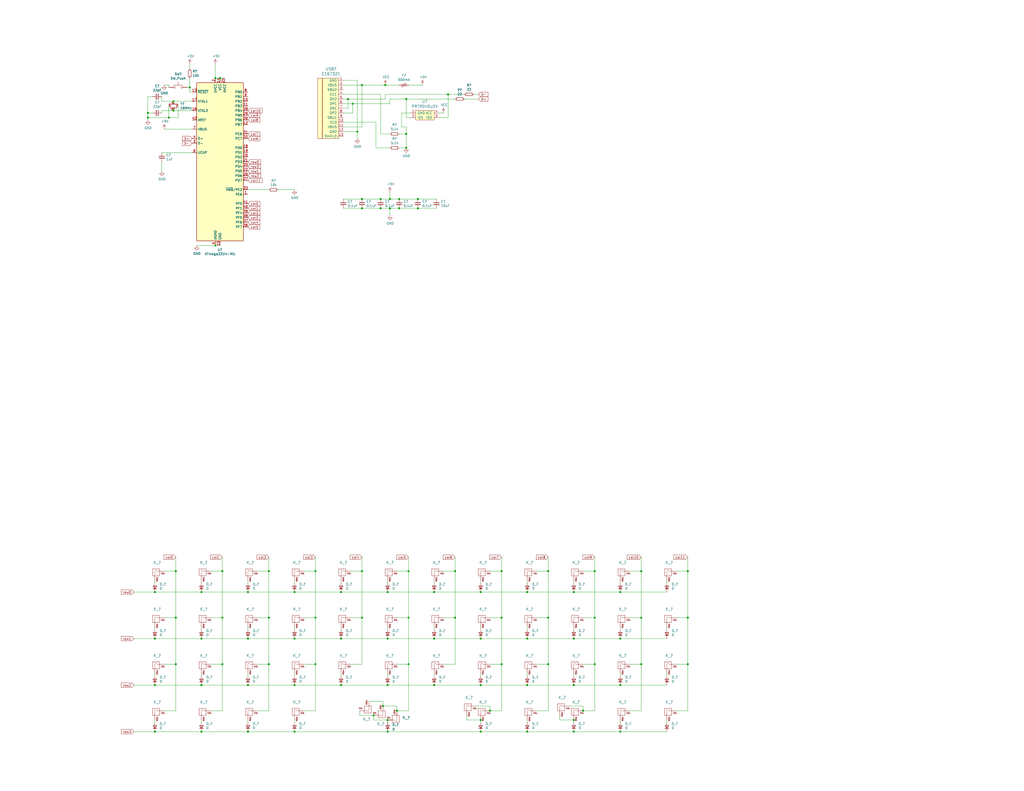
<source format=kicad_sch>
(kicad_sch (version 20211123) (generator eeschema)
  (paper "C")
  (junction (at 273.7431 337.2801))
  (junction (at 236.9131 374.1101))
  (junction (at 287.7131 399.5101))
  (junction (at 197.5431 108.6801))
  (junction (at 287.7131 374.1101))
  (junction (at 189.9231 54.0701))
  (junction (at 120.0731 42.6401))
  (junction (at 186.1131 323.3101))
  (junction (at 211.5131 399.5101))
  (junction (at 84.5131 323.3101))
  (junction (at 313.1131 374.1101))
  (junction (at 273.7431 311.8801))
  (junction (at 287.7131 348.7101))
  (junction (at 210.2431 46.4501))
  (junction (at 217.8631 113.7601))
  (junction (at 94.6731 60.4201))
  (junction (at 109.9131 399.5101))
  (junction (at 203.8931 390.6201))
  (junction (at 197.5431 311.8801))
  (junction (at 222.9431 311.8801))
  (junction (at 195.0031 71.8501))
  (junction (at 146.7431 362.6801))
  (junction (at 221.6731 80.7401))
  (junction (at 211.5131 374.1101))
  (junction (at 121.3431 337.2801))
  (junction (at 222.9431 362.6801))
  (junction (at 375.3431 311.8801))
  (junction (at 318.1931 388.0801))
  (junction (at 313.1131 323.3101))
  (junction (at 313.1131 348.7101))
  (junction (at 313.1131 399.5101))
  (junction (at 94.6731 55.3401))
  (junction (at 186.1131 348.7101))
  (junction (at 92.1331 64.2301))
  (junction (at 121.3431 311.8801))
  (junction (at 208.9731 385.5401))
  (junction (at 212.7831 113.7601))
  (junction (at 211.5131 393.1601))
  (junction (at 172.1431 362.6801))
  (junction (at 95.9431 362.6801))
  (junction (at 146.7431 337.2801))
  (junction (at 221.6731 73.1201))
  (junction (at 349.9431 311.8801))
  (junction (at 207.7031 108.6801))
  (junction (at 135.3131 374.1101))
  (junction (at 192.4631 56.6101))
  (junction (at 109.9131 374.1101))
  (junction (at 236.9131 348.7101))
  (junction (at 80.7031 61.6901))
  (junction (at 217.8631 108.6801))
  (junction (at 109.9131 323.3101))
  (junction (at 212.7831 108.6801))
  (junction (at 248.3431 337.2801))
  (junction (at 160.7131 374.1101))
  (junction (at 338.5131 348.7101))
  (junction (at 262.3131 374.1101))
  (junction (at 349.9431 362.6801))
  (junction (at 375.3431 362.6801))
  (junction (at 103.5631 47.7201))
  (junction (at 117.5331 134.0801))
  (junction (at 135.3131 348.7101))
  (junction (at 216.5931 388.0801))
  (junction (at 160.7131 399.5101))
  (junction (at 338.5131 374.1101))
  (junction (at 95.9431 311.8801))
  (junction (at 135.3131 399.5101))
  (junction (at 160.7131 323.3101))
  (junction (at 146.7431 311.8801))
  (junction (at 375.3431 337.2801))
  (junction (at 121.3431 362.6801))
  (junction (at 324.5431 311.8801))
  (junction (at 172.1431 311.8801))
  (junction (at 313.1131 393.1601))
  (junction (at 197.5431 46.4501))
  (junction (at 324.5431 337.2801))
  (junction (at 211.5131 348.7101))
  (junction (at 197.5431 337.2801))
  (junction (at 338.5131 399.5101))
  (junction (at 186.1131 374.1101))
  (junction (at 324.5431 362.6801))
  (junction (at 95.9431 337.2801))
  (junction (at 262.3131 348.7101))
  (junction (at 299.1431 337.2801))
  (junction (at 160.7131 348.7101))
  (junction (at 267.3931 388.0801))
  (junction (at 299.1431 362.6801))
  (junction (at 207.7031 113.7601))
  (junction (at 84.5131 374.1101))
  (junction (at 262.3131 399.5101))
  (junction (at 228.0231 108.6801))
  (junction (at 244.5331 51.5301))
  (junction (at 221.6731 54.0701))
  (junction (at 109.9131 348.7101))
  (junction (at 236.9131 323.3101))
  (junction (at 262.3131 393.1601))
  (junction (at 197.5431 113.7601))
  (junction (at 349.9431 337.2801))
  (junction (at 211.5131 323.3101))
  (junction (at 222.9431 337.2801))
  (junction (at 117.5331 42.6401))
  (junction (at 84.5131 348.7101))
  (junction (at 248.3431 311.8801))
  (junction (at 299.1431 311.8801))
  (junction (at 338.5131 323.3101))
  (junction (at 262.3131 323.3101))
  (junction (at 135.3131 323.3101))
  (junction (at 80.7031 64.2301))
  (junction (at 228.0231 113.7601))
  (junction (at 273.7431 362.6801))
  (junction (at 84.5131 399.5101))
  (junction (at 287.7131 323.3101))
  (junction (at 172.1431 337.2801))
  (wire (pts (xy 92.1331 47.7201) (xy 92.1331 46.4501)))
  (wire (pts (xy 109.9131 348.7101) (xy 135.3131 348.7101)))
  (wire (pts (xy 97.2131 57.8801) (xy 97.2131 64.2301)))
  (wire (pts (xy 73.0831 348.7101) (xy 84.5131 348.7101)))
  (wire (pts (xy 310.5731 385.5401) (xy 318.1931 385.5401)))
  (wire (pts (xy 343.5931 337.2801) (xy 349.9431 337.2801)))
  (wire (pts (xy 368.9931 337.2801) (xy 375.3431 337.2801)))
  (wire (pts (xy 135.3131 393.1601) (xy 135.3131 394.4301)))
  (wire (pts (xy 89.5931 337.2801) (xy 95.9431 337.2801)))
  (wire (pts (xy 189.9231 54.0701) (xy 210.2431 54.0701)))
  (wire (pts (xy 287.7131 323.3101) (xy 313.1131 323.3101)))
  (wire (pts (xy 267.3931 388.0801) (xy 273.7431 388.0801)))
  (wire (pts (xy 114.9931 362.6801) (xy 121.3431 362.6801)))
  (wire (pts (xy 368.9931 388.0801) (xy 375.3431 388.0801)))
  (wire (pts (xy 196.2731 388.0801) (xy 196.2731 390.6201)))
  (wire (pts (xy 368.9931 311.8801) (xy 375.3431 311.8801)))
  (wire (pts (xy 135.3131 367.7601) (xy 135.3131 369.0301)))
  (wire (pts (xy 187.3831 43.9101) (xy 195.0031 43.9101)))
  (wire (pts (xy 262.3131 342.3601) (xy 262.3131 343.6301)))
  (wire (pts (xy 236.9131 342.3601) (xy 236.9131 343.6301)))
  (wire (pts (xy 102.2931 47.7201) (xy 103.5631 47.7201)))
  (wire (pts (xy 120.0731 42.6401) (xy 122.6131 42.6401)))
  (wire (pts (xy 273.7431 388.0801) (xy 273.7431 362.6801)))
  (wire (pts (xy 205.1631 80.7401) (xy 212.7831 80.7401)))
  (wire (pts (xy 146.7431 103.6001) (xy 135.3131 103.6001)))
  (wire (pts (xy 97.2131 64.2301) (xy 92.1331 64.2301)))
  (wire (pts (xy 196.2731 390.6201) (xy 203.8931 390.6201)))
  (wire (pts (xy 160.7131 399.5101) (xy 211.5131 399.5101)))
  (wire (pts (xy 187.3831 59.1501) (xy 189.9231 59.1501)))
  (wire (pts (xy 219.1331 69.3101) (xy 221.6731 69.3101)))
  (wire (pts (xy 248.3431 311.8801) (xy 248.3431 337.2801)))
  (wire (pts (xy 375.3431 304.2601) (xy 375.3431 311.8801)))
  (wire (pts (xy 313.1131 367.7601) (xy 313.1131 369.0301)))
  (wire (pts (xy 84.5131 316.9601) (xy 84.5131 318.2301)))
  (wire (pts (xy 191.1931 362.6801) (xy 197.5431 362.6801)))
  (wire (pts (xy 363.9131 342.3601) (xy 363.9131 343.6301)))
  (wire (pts (xy 187.3831 71.8501) (xy 195.0031 71.8501)))
  (wire (pts (xy 203.8931 393.1601) (xy 211.5131 393.1601)))
  (wire (pts (xy 299.1431 304.2601) (xy 299.1431 311.8801)))
  (wire (pts (xy 135.3131 316.9601) (xy 135.3131 318.2301)))
  (wire (pts (xy 160.7131 367.7601) (xy 160.7131 369.0301)))
  (wire (pts (xy 299.1431 311.8801) (xy 299.1431 337.2801)))
  (wire (pts (xy 287.7131 367.7601) (xy 287.7131 369.0301)))
  (wire (pts (xy 160.7131 393.1601) (xy 160.7131 394.4301)))
  (wire (pts (xy 146.7431 388.0801) (xy 146.7431 362.6801)))
  (wire (pts (xy 216.5931 311.8801) (xy 222.9431 311.8801)))
  (wire (pts (xy 224.2131 64.2301) (xy 221.6731 64.2301)))
  (wire (pts (xy 146.7431 304.2601) (xy 146.7431 311.8801)))
  (wire (pts (xy 197.5431 69.3101) (xy 197.5431 46.4501)))
  (wire (pts (xy 84.5131 374.1101) (xy 109.9131 374.1101)))
  (wire (pts (xy 212.7831 54.0701) (xy 221.6731 54.0701)))
  (wire (pts (xy 363.9131 316.9601) (xy 363.9131 318.2301)))
  (wire (pts (xy 212.7831 104.8701) (xy 212.7831 108.6801)))
  (wire (pts (xy 187.3831 46.4501) (xy 197.5431 46.4501)))
  (wire (pts (xy 197.5431 362.6801) (xy 197.5431 337.2801)))
  (wire (pts (xy 107.3731 134.0801) (xy 117.5331 134.0801)))
  (wire (pts (xy 338.5131 342.3601) (xy 338.5131 343.6301)))
  (wire (pts (xy 203.8931 390.6201) (xy 203.8931 393.1601)))
  (wire (pts (xy 287.7131 374.1101) (xy 313.1131 374.1101)))
  (wire (pts (xy 121.3431 388.0801) (xy 121.3431 362.6801)))
  (wire (pts (xy 236.9131 323.3101) (xy 262.3131 323.3101)))
  (wire (pts (xy 244.5331 64.2301) (xy 244.5331 51.5301)))
  (wire (pts (xy 135.3131 374.1101) (xy 160.7131 374.1101)))
  (wire (pts (xy 313.1131 316.9601) (xy 313.1131 318.2301)))
  (wire (pts (xy 109.9131 367.7601) (xy 109.9131 369.0301)))
  (wire (pts (xy 313.1131 399.5101) (xy 338.5131 399.5101)))
  (wire (pts (xy 254.6931 393.1601) (xy 262.3131 393.1601)))
  (wire (pts (xy 239.4531 64.2301) (xy 244.5331 64.2301)))
  (wire (pts (xy 165.7931 337.2801) (xy 172.1431 337.2801)))
  (wire (pts (xy 210.2431 54.0701) (xy 210.2431 51.5301)))
  (wire (pts (xy 165.7931 362.6801) (xy 172.1431 362.6801)))
  (wire (pts (xy 216.5931 337.2801) (xy 222.9431 337.2801)))
  (wire (pts (xy 207.7031 51.5301) (xy 207.7031 73.1201)))
  (wire (pts (xy 273.7431 311.8801) (xy 273.7431 337.2801)))
  (wire (pts (xy 94.6731 55.3401) (xy 88.3231 55.3401)))
  (wire (pts (xy 195.0031 71.8501) (xy 195.0031 75.6601)))
  (wire (pts (xy 103.5631 47.7201) (xy 103.5631 50.2601)))
  (wire (pts (xy 313.1131 374.1101) (xy 338.5131 374.1101)))
  (wire (pts (xy 73.0831 374.1101) (xy 84.5131 374.1101)))
  (wire (pts (xy 192.4631 56.6101) (xy 212.7831 56.6101)))
  (wire (pts (xy 221.6731 64.2301) (xy 221.6731 54.0701)))
  (wire (pts (xy 375.3431 388.0801) (xy 375.3431 362.6801)))
  (wire (pts (xy 211.5131 348.7101) (xy 236.9131 348.7101)))
  (wire (pts (xy 187.3831 56.6101) (xy 192.4631 56.6101)))
  (wire (pts (xy 324.5431 388.0801) (xy 324.5431 362.6801)))
  (wire (pts (xy 117.5331 42.6401) (xy 120.0731 42.6401)))
  (wire (pts (xy 117.5331 134.0801) (xy 120.0731 134.0801)))
  (wire (pts (xy 292.7931 362.6801) (xy 299.1431 362.6801)))
  (wire (pts (xy 375.3431 311.8801) (xy 375.3431 337.2801)))
  (wire (pts (xy 117.5331 35.0201) (xy 117.5331 42.6401)))
  (wire (pts (xy 338.5131 374.1101) (xy 363.9131 374.1101)))
  (wire (pts (xy 92.1331 57.8801) (xy 92.1331 64.2301)))
  (wire (pts (xy 197.5431 304.2601) (xy 197.5431 311.8801)))
  (wire (pts (xy 192.4631 61.6901) (xy 192.4631 56.6101)))
  (wire (pts (xy 187.3831 108.6801) (xy 197.5431 108.6801)))
  (wire (pts (xy 273.7431 304.2601) (xy 273.7431 311.8801)))
  (wire (pts (xy 267.3931 337.2801) (xy 273.7431 337.2801)))
  (wire (pts (xy 216.5931 385.5401) (xy 216.5931 388.0801)))
  (wire (pts (xy 84.5131 399.5101) (xy 109.9131 399.5101)))
  (wire (pts (xy 228.0231 108.6801) (xy 238.1831 108.6801)))
  (wire (pts (xy 186.1131 374.1101) (xy 211.5131 374.1101)))
  (wire (pts (xy 135.3131 323.3101) (xy 160.7131 323.3101)))
  (wire (pts (xy 236.9131 316.9601) (xy 236.9131 318.2301)))
  (wire (pts (xy 160.7131 374.1101) (xy 186.1131 374.1101)))
  (wire (pts (xy 187.3831 61.6901) (xy 192.4631 61.6901)))
  (wire (pts (xy 95.9431 362.6801) (xy 95.9431 337.2801)))
  (wire (pts (xy 95.9431 311.8801) (xy 95.9431 337.2801)))
  (wire (pts (xy 236.9131 348.7101) (xy 262.3131 348.7101)))
  (wire (pts (xy 80.7031 64.2301) (xy 80.7031 65.5001)))
  (wire (pts (xy 205.1631 66.7701) (xy 205.1631 80.7401)))
  (wire (pts (xy 104.8331 50.2601) (xy 103.5631 50.2601)))
  (wire (pts (xy 83.2431 52.8001) (xy 80.7031 52.8001)))
  (wire (pts (xy 89.5931 388.0801) (xy 95.9431 388.0801)))
  (wire (pts (xy 197.5431 108.6801) (xy 207.7031 108.6801)))
  (wire (pts (xy 84.5131 393.1601) (xy 84.5131 394.4301)))
  (wire (pts (xy 160.7131 323.3101) (xy 186.1131 323.3101)))
  (wire (pts (xy 187.3831 66.7701) (xy 205.1631 66.7701)))
  (wire (pts (xy 338.5131 348.7101) (xy 363.9131 348.7101)))
  (wire (pts (xy 121.3431 304.2601) (xy 121.3431 311.8801)))
  (wire (pts (xy 73.0831 399.5101) (xy 84.5131 399.5101)))
  (wire (pts (xy 212.7831 108.6801) (xy 217.8631 108.6801)))
  (wire (pts (xy 254.6931 390.6201) (xy 254.6931 393.1601)))
  (wire (pts (xy 197.5431 113.7601) (xy 207.7031 113.7601)))
  (wire (pts (xy 267.3931 362.6801) (xy 273.7431 362.6801)))
  (wire (pts (xy 228.0231 113.7601) (xy 238.1831 113.7601)))
  (wire (pts (xy 186.1131 367.7601) (xy 186.1131 369.0301)))
  (wire (pts (xy 135.3131 342.3601) (xy 135.3131 343.6301)))
  (wire (pts (xy 121.3431 311.8801) (xy 121.3431 337.2801)))
  (wire (pts (xy 84.5131 367.7601) (xy 84.5131 369.0301)))
  (wire (pts (xy 109.9131 374.1101) (xy 135.3131 374.1101)))
  (wire (pts (xy 197.5431 46.4501) (xy 210.2431 46.4501)))
  (wire (pts (xy 324.5431 304.2601) (xy 324.5431 311.8801)))
  (wire (pts (xy 207.7031 108.6801) (xy 212.7831 108.6801)))
  (wire (pts (xy 92.1331 64.2301) (xy 80.7031 64.2301)))
  (wire (pts (xy 160.7131 342.3601) (xy 160.7131 343.6301)))
  (wire (pts (xy 259.7731 385.5401) (xy 267.3931 385.5401)))
  (wire (pts (xy 121.3431 362.6801) (xy 121.3431 337.2801)))
  (wire (pts (xy 222.9431 304.2601) (xy 222.9431 311.8801)))
  (wire (pts (xy 211.5131 399.5101) (xy 262.3131 399.5101)))
  (wire (pts (xy 84.5131 348.7101) (xy 109.9131 348.7101)))
  (wire (pts (xy 94.6731 60.4201) (xy 104.8331 60.4201)))
  (wire (pts (xy 109.9131 342.3601) (xy 109.9131 343.6301)))
  (wire (pts (xy 338.5131 316.9601) (xy 338.5131 318.2301)))
  (wire (pts (xy 201.3531 383.0001) (xy 208.9731 383.0001)))
  (wire (pts (xy 211.5131 323.3101) (xy 236.9131 323.3101)))
  (wire (pts (xy 363.9131 393.1601) (xy 363.9131 394.4301)))
  (wire (pts (xy 241.9931 337.2801) (xy 248.3431 337.2801)))
  (wire (pts (xy 103.5631 42.6401) (xy 103.5631 47.7201)))
  (wire (pts (xy 248.3431 304.2601) (xy 248.3431 311.8801)))
  (wire (pts (xy 92.1331 46.4501) (xy 89.5931 46.4501)))
  (wire (pts (xy 318.1931 337.2801) (xy 324.5431 337.2801)))
  (wire (pts (xy 305.4931 393.1601) (xy 313.1131 393.1601)))
  (wire (pts (xy 258.5031 51.5301) (xy 261.0431 51.5301)))
  (wire (pts (xy 208.9731 385.5401) (xy 216.5931 385.5401)))
  (wire (pts (xy 186.1131 316.9601) (xy 186.1131 318.2301)))
  (wire (pts (xy 109.9131 399.5101) (xy 135.3131 399.5101)))
  (wire (pts (xy 221.6731 54.0701) (xy 248.3431 54.0701)))
  (wire (pts (xy 248.3431 362.6801) (xy 248.3431 337.2801)))
  (wire (pts (xy 287.7131 348.7101) (xy 313.1131 348.7101)))
  (wire (pts (xy 338.5131 323.3101) (xy 363.9131 323.3101)))
  (wire (pts (xy 338.5131 399.5101) (xy 363.9131 399.5101)))
  (wire (pts (xy 262.3131 374.1101) (xy 287.7131 374.1101)))
  (wire (pts (xy 211.5131 393.1601) (xy 211.5131 394.4301)))
  (wire (pts (xy 221.6731 73.1201) (xy 221.6731 80.7401)))
  (wire (pts (xy 324.5431 362.6801) (xy 324.5431 337.2801)))
  (wire (pts (xy 313.1131 342.3601) (xy 313.1131 343.6301)))
  (wire (pts (xy 186.1131 342.3601) (xy 186.1131 343.6301)))
  (wire (pts (xy 241.9931 362.6801) (xy 248.3431 362.6801)))
  (wire (pts (xy 95.9431 388.0801) (xy 95.9431 362.6801)))
  (wire (pts (xy 211.5131 367.7601) (xy 211.5131 369.0301)))
  (wire (pts (xy 88.3231 60.4201) (xy 88.3231 61.6901)))
  (wire (pts (xy 109.9131 316.9601) (xy 109.9131 318.2301)))
  (wire (pts (xy 104.8331 83.2801) (xy 88.3231 83.2801)))
  (wire (pts (xy 318.1931 362.6801) (xy 324.5431 362.6801)))
  (wire (pts (xy 94.6731 60.4201) (xy 88.3231 60.4201)))
  (wire (pts (xy 241.9931 311.8801) (xy 248.3431 311.8801)))
  (wire (pts (xy 160.7131 348.7101) (xy 186.1131 348.7101)))
  (wire (pts (xy 186.1131 323.3101) (xy 211.5131 323.3101)))
  (wire (pts (xy 287.7131 393.1601) (xy 287.7131 394.4301)))
  (wire (pts (xy 94.6731 55.3401) (xy 104.8331 55.3401)))
  (wire (pts (xy 287.7131 399.5101) (xy 313.1131 399.5101)))
  (wire (pts (xy 338.5131 367.7601) (xy 338.5131 369.0301)))
  (wire (pts (xy 262.3131 316.9601) (xy 262.3131 318.2301)))
  (wire (pts (xy 187.3831 113.7601) (xy 197.5431 113.7601)))
  (wire (pts (xy 109.9131 393.1601) (xy 109.9131 394.4301)))
  (wire (pts (xy 208.9731 383.0001) (xy 208.9731 385.5401)))
  (wire (pts (xy 146.7431 362.6801) (xy 146.7431 337.2801)))
  (wire (pts (xy 217.8631 113.7601) (xy 228.0231 113.7601)))
  (wire (pts (xy 104.8331 70.5801) (xy 89.5931 70.5801)))
  (wire (pts (xy 217.8631 80.7401) (xy 221.6731 80.7401)))
  (wire (pts (xy 103.5631 35.0201) (xy 103.5631 37.5601)))
  (wire (pts (xy 318.1931 311.8801) (xy 324.5431 311.8801)))
  (wire (pts (xy 80.7031 61.6901) (xy 80.7031 64.2301)))
  (wire (pts (xy 267.3931 311.8801) (xy 273.7431 311.8801)))
  (wire (pts (xy 114.9931 337.2801) (xy 121.3431 337.2801)))
  (wire (pts (xy 267.3931 385.5401) (xy 267.3931 388.0801)))
  (wire (pts (xy 109.9131 323.3101) (xy 135.3131 323.3101)))
  (wire (pts (xy 172.1431 311.8801) (xy 172.1431 337.2801)))
  (wire (pts (xy 217.8631 73.1201) (xy 221.6731 73.1201)))
  (wire (pts (xy 375.3431 362.6801) (xy 375.3431 337.2801)))
  (wire (pts (xy 318.1931 385.5401) (xy 318.1931 388.0801)))
  (wire (pts (xy 222.9431 362.6801) (xy 222.9431 337.2801)))
  (wire (pts (xy 216.5931 388.0801) (xy 222.9431 388.0801)))
  (wire (pts (xy 287.7131 316.9601) (xy 287.7131 318.2301)))
  (wire (pts (xy 186.1131 348.7101) (xy 211.5131 348.7101)))
  (wire (pts (xy 313.1131 393.1601) (xy 313.1131 394.4301)))
  (wire (pts (xy 324.5431 311.8801) (xy 324.5431 337.2801)))
  (wire (pts (xy 89.5931 362.6801) (xy 95.9431 362.6801)))
  (wire (pts (xy 187.3831 51.5301) (xy 207.7031 51.5301)))
  (wire (pts (xy 88.3231 88.3601) (xy 88.3231 93.4401)))
  (wire (pts (xy 211.5131 342.3601) (xy 211.5131 343.6301)))
  (wire (pts (xy 239.4531 61.6901) (xy 241.9931 61.6901)))
  (wire (pts (xy 140.3931 362.6801) (xy 146.7431 362.6801)))
  (wire (pts (xy 349.9431 304.2601) (xy 349.9431 311.8801)))
  (wire (pts (xy 299.1431 388.0801) (xy 299.1431 362.6801)))
  (wire (pts (xy 165.7931 388.0801) (xy 172.1431 388.0801)))
  (wire (pts (xy 160.7131 316.9601) (xy 160.7131 318.2301)))
  (wire (pts (xy 349.9431 311.8801) (xy 349.9431 337.2801)))
  (wire (pts (xy 135.3131 399.5101) (xy 160.7131 399.5101)))
  (wire (pts (xy 262.3131 393.1601) (xy 262.3131 394.4301)))
  (wire (pts (xy 89.5931 311.8801) (xy 95.9431 311.8801)))
  (wire (pts (xy 338.5131 393.1601) (xy 338.5131 394.4301)))
  (wire (pts (xy 151.8231 103.6001) (xy 160.7131 103.6001)))
  (wire (pts (xy 236.9131 374.1101) (xy 262.3131 374.1101)))
  (wire (pts (xy 212.7831 56.6101) (xy 212.7831 54.0701)))
  (wire (pts (xy 299.1431 362.6801) (xy 299.1431 337.2801)))
  (wire (pts (xy 287.7131 342.3601) (xy 287.7131 343.6301)))
  (wire (pts (xy 135.3131 348.7101) (xy 160.7131 348.7101)))
  (wire (pts (xy 343.5931 311.8801) (xy 349.9431 311.8801)))
  (wire (pts (xy 368.9931 362.6801) (xy 375.3431 362.6801)))
  (wire (pts (xy 207.7031 73.1201) (xy 212.7831 73.1201)))
  (wire (pts (xy 172.1431 362.6801) (xy 172.1431 337.2801)))
  (wire (pts (xy 292.7931 337.2801) (xy 299.1431 337.2801)))
  (wire (pts (xy 222.9431 311.8801) (xy 222.9431 337.2801)))
  (wire (pts (xy 313.1131 348.7101) (xy 338.5131 348.7101)))
  (wire (pts (xy 222.9431 388.0801) (xy 222.9431 362.6801)))
  (wire (pts (xy 88.3231 55.3401) (xy 88.3231 52.8001)))
  (wire (pts (xy 172.1431 362.6801) (xy 172.1431 388.0801)))
  (wire (pts (xy 244.5331 51.5301) (xy 253.4231 51.5301)))
  (wire (pts (xy 84.5131 323.3101) (xy 109.9131 323.3101)))
  (wire (pts (xy 343.5931 388.0801) (xy 349.9431 388.0801)))
  (wire (pts (xy 253.4231 54.0701) (xy 261.0431 54.0701)))
  (wire (pts (xy 172.1431 304.2601) (xy 172.1431 311.8801)))
  (wire (pts (xy 216.5931 362.6801) (xy 222.9431 362.6801)))
  (wire (pts (xy 140.3931 337.2801) (xy 146.7431 337.2801)))
  (wire (pts (xy 210.2431 46.4501) (xy 217.8631 46.4501)))
  (wire (pts (xy 191.1931 337.2801) (xy 197.5431 337.2801)))
  (wire (pts (xy 262.3131 367.7601) (xy 262.3131 369.0301)))
  (wire (pts (xy 219.1331 61.6901) (xy 219.1331 69.3101)))
  (wire (pts (xy 292.7931 388.0801) (xy 299.1431 388.0801)))
  (wire (pts (xy 191.1931 311.8801) (xy 197.5431 311.8801)))
  (wire (pts (xy 195.0031 43.9101) (xy 195.0031 71.8501)))
  (wire (pts (xy 189.9231 59.1501) (xy 189.9231 54.0701)))
  (wire (pts (xy 305.4931 390.6201) (xy 305.4931 393.1601)))
  (wire (pts (xy 224.2131 61.6901) (xy 219.1331 61.6901)))
  (wire (pts (xy 83.2431 61.6901) (xy 80.7031 61.6901)))
  (wire (pts (xy 212.7831 113.7601) (xy 212.7831 117.5701)))
  (wire (pts (xy 262.3131 348.7101) (xy 287.7131 348.7101)))
  (wire (pts (xy 273.7431 362.6801) (xy 273.7431 337.2801)))
  (wire (pts (xy 292.7931 311.8801) (xy 299.1431 311.8801)))
  (wire (pts (xy 187.3831 69.3101) (xy 197.5431 69.3101)))
  (wire (pts (xy 211.5131 316.9601) (xy 211.5131 318.2301)))
  (wire (pts (xy 73.0831 323.3101) (xy 84.5131 323.3101)))
  (wire (pts (xy 343.5931 362.6801) (xy 349.9431 362.6801)))
  (wire (pts (xy 114.9931 311.8801) (xy 121.3431 311.8801)))
  (wire (pts (xy 140.3931 311.8801) (xy 146.7431 311.8801)))
  (wire (pts (xy 80.7031 52.8001) (xy 80.7031 61.6901)))
  (wire (pts (xy 221.6731 69.3101) (xy 221.6731 73.1201)))
  (wire (pts (xy 262.3131 399.5101) (xy 287.7131 399.5101)))
  (wire (pts (xy 349.9431 388.0801) (xy 349.9431 362.6801)))
  (wire (pts (xy 262.3131 323.3101) (xy 287.7131 323.3101)))
  (wire (pts (xy 349.9431 362.6801) (xy 349.9431 337.2801)))
  (wire (pts (xy 236.9131 367.7601) (xy 236.9131 369.0301)))
  (wire (pts (xy 313.1131 323.3101) (xy 338.5131 323.3101)))
  (wire (pts (xy 318.1931 388.0801) (xy 324.5431 388.0801)))
  (wire (pts (xy 114.9931 388.0801) (xy 121.3431 388.0801)))
  (wire (pts (xy 146.7431 311.8801) (xy 146.7431 337.2801)))
  (wire (pts (xy 187.3831 54.0701) (xy 189.9231 54.0701)))
  (wire (pts (xy 165.7931 311.8801) (xy 172.1431 311.8801)))
  (wire (pts (xy 363.9131 367.7601) (xy 363.9131 369.0301)))
  (wire (pts (xy 197.5431 311.8801) (xy 197.5431 337.2801)))
  (wire (pts (xy 211.5131 374.1101) (xy 236.9131 374.1101)))
  (wire (pts (xy 95.9431 304.2601) (xy 95.9431 311.8801)))
  (wire (pts (xy 210.2431 51.5301) (xy 244.5331 51.5301)))
  (wire (pts (xy 84.5131 342.3601) (xy 84.5131 343.6301)))
  (wire (pts (xy 222.9431 46.4501) (xy 230.5631 46.4501)))
  (wire (pts (xy 217.8631 108.6801) (xy 228.0231 108.6801)))
  (wire (pts (xy 140.3931 388.0801) (xy 146.7431 388.0801)))
  (wire (pts (xy 207.7031 113.7601) (xy 212.7831 113.7601)))
  (wire (pts (xy 212.7831 113.7601) (xy 217.8631 113.7601)))
  (global_label "col9" (shape input) (at 324.5431 304.2601 180) (property "Intersheet References" "${INTERSHEET_REFS}" (effects hide)))
  (global_label "col11" (shape input) (at 375.3431 304.2601 180) (property "Intersheet References" "${INTERSHEET_REFS}" (effects hide)))
  (global_label "col0" (shape input) (at 95.9431 304.2601 180) (property "Intersheet References" "${INTERSHEET_REFS}" (effects hide)))
  (global_label "row0" (shape input) (at 73.0831 323.3101 180) (property "Intersheet References" "${INTERSHEET_REFS}" (effects hide)))
  (global_label "col2" (shape input) (at 146.7431 304.2601 180) (property "Intersheet References" "${INTERSHEET_REFS}" (effects hide)))
  (global_label "row3" (shape input) (at 73.0831 399.5101 180) (property "Intersheet References" "${INTERSHEET_REFS}" (effects hide)))
  (global_label "col5" (shape input) (at 135.3131 123.9201 0) (property "Intersheet References" "${INTERSHEET_REFS}" (effects hide)))
  (global_label "col4" (shape input) (at 197.5431 304.2601 180) (property "Intersheet References" "${INTERSHEET_REFS}" (effects hide)))
  (global_label "row0" (shape input) (at 135.3131 88.3601 0) (property "Intersheet References" "${INTERSHEET_REFS}" (effects hide)))
  (global_label "D+" (shape input) (at 104.8331 75.6601 180) (property "Intersheet References" "${INTERSHEET_REFS}" (effects hide)))
  (global_label "col4" (shape input) (at 135.3131 121.3801 0) (property "Intersheet References" "${INTERSHEET_REFS}" (effects hide)))
  (global_label "col3" (shape input) (at 135.3131 118.8401 0) (property "Intersheet References" "${INTERSHEET_REFS}" (effects hide)))
  (global_label "D-" (shape input) (at 261.0431 51.5301 0) (property "Intersheet References" "${INTERSHEET_REFS}" (effects hide)))
  (global_label "col0" (shape input) (at 135.3131 111.2201 0) (property "Intersheet References" "${INTERSHEET_REFS}" (effects hide)))
  (global_label "col10" (shape input) (at 135.3131 60.4201 0) (property "Intersheet References" "${INTERSHEET_REFS}" (effects hide)))
  (global_label "col10" (shape input) (at 349.9431 304.2601 180) (property "Intersheet References" "${INTERSHEET_REFS}" (effects hide)))
  (global_label "col11" (shape input) (at 135.3131 98.5201 0) (property "Intersheet References" "${INTERSHEET_REFS}" (effects hide)))
  (global_label "D+" (shape input) (at 261.0431 54.0701 0) (property "Intersheet References" "${INTERSHEET_REFS}" (effects hide)))
  (global_label "row3" (shape input) (at 135.3131 90.9001 0) (property "Intersheet References" "${INTERSHEET_REFS}" (effects hide)))
  (global_label "col3" (shape input) (at 172.1431 304.2601 180) (property "Intersheet References" "${INTERSHEET_REFS}" (effects hide)))
  (global_label "col1" (shape input) (at 121.3431 304.2601 180) (property "Intersheet References" "${INTERSHEET_REFS}" (effects hide)))
  (global_label "col5" (shape input) (at 222.9431 304.2601 180) (property "Intersheet References" "${INTERSHEET_REFS}" (effects hide)))
  (global_label "col6" (shape input) (at 135.3131 75.6601 0) (property "Intersheet References" "${INTERSHEET_REFS}" (effects hide)))
  (global_label "col8" (shape input) (at 299.1431 304.2601 180) (property "Intersheet References" "${INTERSHEET_REFS}" (effects hide)))
  (global_label "col7" (shape input) (at 135.3131 73.1201 0) (property "Intersheet References" "${INTERSHEET_REFS}" (effects hide)))
  (global_label "row2" (shape input) (at 73.0831 374.1101 180) (property "Intersheet References" "${INTERSHEET_REFS}" (effects hide)))
  (global_label "col6" (shape input) (at 248.3431 304.2601 180) (property "Intersheet References" "${INTERSHEET_REFS}" (effects hide)))
  (global_label "col1" (shape input) (at 135.3131 113.7601 0) (property "Intersheet References" "${INTERSHEET_REFS}" (effects hide)))
  (global_label "D-" (shape input) (at 104.8331 78.2001 180) (property "Intersheet References" "${INTERSHEET_REFS}" (effects hide)))
  (global_label "col9" (shape input) (at 135.3131 62.9601 0) (property "Intersheet References" "${INTERSHEET_REFS}" (effects hide)))
  (global_label "row1" (shape input) (at 73.0831 348.7101 180) (property "Intersheet References" "${INTERSHEET_REFS}" (effects hide)))
  (global_label "col8" (shape input) (at 135.3131 65.5001 0) (property "Intersheet References" "${INTERSHEET_REFS}" (effects hide)))
  (global_label "row2" (shape input) (at 135.3131 95.9801 0) (property "Intersheet References" "${INTERSHEET_REFS}" (effects hide)))
  (global_label "row1" (shape input) (at 135.3131 93.4401 0) (property "Intersheet References" "${INTERSHEET_REFS}" (effects hide)))
  (global_label "col2" (shape input) (at 135.3131 116.3001 0) (property "Intersheet References" "${INTERSHEET_REFS}" (effects hide)))
  (global_label "col7" (shape input) (at 273.7431 304.2601 180) (property "Intersheet References" "${INTERSHEET_REFS}" (effects hide)))
  (symbol (lib_id "Device:D_Small") (at 287.7131 396.9701 90) (unit 1)
    (property "Reference" "D_?" (at 290.2531 395.1921 90) (effects (justify right)))
    (property "Value" "D" (at 290.2531 397.4781 90) (effects (justify right)))
    (property "Footprint" "Diode_SMD:D_SOD-123" (effects hide))
  )
  (symbol (lib_id "Device:D_Small") (at 109.9131 371.5701 90) (unit 1)
    (property "Reference" "D_?" (at 112.4531 369.7921 90) (effects (justify right)))
    (property "Value" "D" (at 112.4531 372.0781 90) (effects (justify right)))
    (property "Footprint" "Diode_SMD:D_SOD-123" (effects hide))
  )
  (symbol (lib_id "MX_Alps_Hybrid:MX-NoLED") (at 365.1831 313.1501 0) (unit 1)
    (property "Reference" "K_?" (at 365.1831 307.2319 0) (effects (font (size 1.524 1.524))))
    (property "Value" "KEYSW" (effects hide))
    (property "Footprint" "MX_Only:MXOnly-1.75U-NoLED" (effects hide))
  )
  (symbol (lib_id "Device:C_Small") (at 238.1831 111.2201 0) (unit 1)
    (property "Reference" "C?" (at 240.5199 110.0517 0) (effects (justify left)))
    (property "Value" "10uF" (at 240.5199 112.3631 0) (effects (justify left)))
    (property "Footprint" "Capacitor_SMD:C_0603_1608Metric" (effects hide))
  )
  (symbol (lib_id "Device:D_Small") (at 363.9131 396.9701 90) (unit 1)
    (property "Reference" "D_?" (at 366.4531 395.1921 90) (effects (justify right)))
    (property "Value" "D" (at 366.4531 397.4781 90) (effects (justify right)))
    (property "Footprint" "Diode_SMD:D_SOD-123" (effects hide))
  )
  (symbol (lib_id "Device:D_Small") (at 287.7131 320.7701 90) (unit 1)
    (property "Reference" "D_?" (at 290.2531 318.9921 90) (effects (justify right)))
    (property "Value" "D" (at 290.2531 321.2781 90) (effects (justify right)))
    (property "Footprint" "Diode_SMD:D_SOD-123" (effects hide))
  )
  (symbol (lib_id "Device:D_Small") (at 287.7131 346.1701 90) (unit 1)
    (property "Reference" "D_?" (at 290.2531 344.3921 90) (effects (justify right)))
    (property "Value" "D" (at 290.2531 346.6781 90) (effects (justify right)))
    (property "Footprint" "Diode_SMD:D_SOD-123" (effects hide))
  )
  (symbol (lib_id "power:GND") (at 195.0031 75.6601 0) (unit 1)
    (property "Reference" "#PWR?" (effects hide))
    (property "Value" "GND" (at 195.1301 80.0543 0))
  )
  (symbol (lib_id "power:GND") (at 212.7831 117.5701 0) (unit 1)
    (property "Reference" "#PWR?" (effects hide))
    (property "Value" "GND" (at 212.9101 121.9643 0))
  )
  (symbol (lib_id "Device:D_Small") (at 313.1131 320.7701 90) (unit 1)
    (property "Reference" "D_?" (at 315.6531 318.9921 90) (effects (justify right)))
    (property "Value" "D" (at 315.6531 321.2781 90) (effects (justify right)))
    (property "Footprint" "Diode_SMD:D_SOD-123" (effects hide))
  )
  (symbol (lib_id "MX_Alps_Hybrid:MX-NoLED") (at 200.0831 386.8101 180) (unit 1)
    (property "Reference" "K_?" (at 200.0831 392.7283 0) (effects (font (size 1.524 1.524))))
    (property "Value" "KEYSW" (effects hide))
    (property "Footprint" "MX_Only:MXOnly-3U-ReversedStabilizers-NoLED" (effects hide))
  )
  (symbol (lib_id "Device:D_Small") (at 135.3131 371.5701 90) (unit 1)
    (property "Reference" "D_?" (at 137.8531 369.7921 90) (effects (justify right)))
    (property "Value" "D" (at 137.8531 372.0781 90) (effects (justify right)))
    (property "Footprint" "Diode_SMD:D_SOD-123" (effects hide))
  )
  (symbol (lib_id "Device:D_Small") (at 135.3131 396.9701 90) (unit 1)
    (property "Reference" "D_?" (at 137.8531 395.1921 90) (effects (justify right)))
    (property "Value" "D" (at 137.8531 397.4781 90) (effects (justify right)))
    (property "Footprint" "Diode_SMD:D_SOD-123" (effects hide))
  )
  (symbol (lib_id "MX_Alps_Hybrid:MX-NoLED") (at 238.1831 313.1501 0) (unit 1)
    (property "Reference" "K_?" (at 238.1831 307.2319 0) (effects (font (size 1.524 1.524))))
    (property "Value" "KEYSW" (effects hide))
    (property "Footprint" "MX_Only:MXOnly-1U-NoLED" (effects hide))
  )
  (symbol (lib_id "Device:D_Small") (at 313.1131 396.9701 90) (unit 1)
    (property "Reference" "D_?" (at 315.6531 395.1921 90) (effects (justify right)))
    (property "Value" "D" (at 315.6531 397.4781 90) (effects (justify right)))
    (property "Footprint" "Diode_SMD:D_SOD-123" (effects hide))
  )
  (symbol (lib_id "MX_Alps_Hybrid:MX-NoLED") (at 215.3231 391.8901 180) (unit 1)
    (property "Reference" "K_?" (at 221.6731 391.8901 0) (effects (font (size 1.524 1.524))))
    (property "Value" "KEYSW" (effects hide))
    (property "Footprint" "MX_Only:MXOnly-6.25U-ReversedStabilizers-NoLED" (effects hide))
  )
  (symbol (lib_id "Device:R_Small") (at 215.3231 80.7401 270) (unit 1)
    (property "Reference" "R?" (at 215.3231 75.7617 90))
    (property "Value" "5.1k" (at 215.3231 78.0731 90))
    (property "Footprint" "Resistor_SMD:R_0603_1608Metric" (effects hide))
  )
  (symbol (lib_id "Device:D_Small") (at 262.3131 320.7701 90) (unit 1)
    (property "Reference" "D_?" (at 264.8531 318.9921 90) (effects (justify right)))
    (property "Value" "D" (at 264.8531 321.2781 90) (effects (justify right)))
    (property "Footprint" "Diode_SMD:D_SOD-123" (effects hide))
  )
  (symbol (lib_id "Device:C_Small") (at 85.7831 61.6901 270) (unit 1)
    (property "Reference" "C?" (at 85.7831 55.8735 90))
    (property "Value" "22pF" (at 85.7831 58.1849 90))
    (property "Footprint" "Capacitor_SMD:C_0603_1608Metric" (effects hide))
  )
  (symbol (lib_id "power:VCC") (at 241.9931 61.6901 0) (unit 1)
    (property "Reference" "#PWR?" (effects hide))
    (property "Value" "VCC" (at 242.4249 57.2959 0))
  )
  (symbol (lib_id "Device:D_Small") (at 135.3131 346.1701 90) (unit 1)
    (property "Reference" "D_?" (at 137.8531 344.3921 90) (effects (justify right)))
    (property "Value" "D" (at 137.8531 346.6781 90) (effects (justify right)))
    (property "Footprint" "Diode_SMD:D_SOD-123" (effects hide))
  )
  (symbol (lib_id "MX_Alps_Hybrid:MX-NoLED") (at 187.3831 338.5501 0) (unit 1)
    (property "Reference" "K_?" (at 187.3831 332.6319 0) (effects (font (size 1.524 1.524))))
    (property "Value" "KEYSW" (effects hide))
    (property "Footprint" "MX_Only:MXOnly-1U-NoLED" (effects hide))
  )
  (symbol (lib_id "MX_Alps_Hybrid:MX-NoLED") (at 111.1831 338.5501 0) (unit 1)
    (property "Reference" "K_?" (at 111.1831 332.6319 0) (effects (font (size 1.524 1.524))))
    (property "Value" "KEYSW" (effects hide))
    (property "Footprint" "MX_Only:MXOnly-1U-NoLED" (effects hide))
  )
  (symbol (lib_id "MX_Alps_Hybrid:MX-NoLED") (at 85.7831 389.3501 0) (unit 1)
    (property "Reference" "K_?" (at 85.7831 383.4319 0) (effects (font (size 1.524 1.524))))
    (property "Value" "KEYSW" (effects hide))
    (property "Footprint" "MX_Only:MXOnly-1.25U-NoLED" (effects hide))
  )
  (symbol (lib_id "Device:D_Small") (at 211.5131 371.5701 90) (unit 1)
    (property "Reference" "D_?" (at 214.0531 369.7921 90) (effects (justify right)))
    (property "Value" "D" (at 214.0531 372.0781 90) (effects (justify right)))
    (property "Footprint" "Diode_SMD:D_SOD-123" (effects hide))
  )
  (symbol (lib_id "Device:D_Small") (at 211.5131 320.7701 90) (unit 1)
    (property "Reference" "D_?" (at 214.0531 318.9921 90) (effects (justify right)))
    (property "Value" "D" (at 214.0531 321.2781 90) (effects (justify right)))
    (property "Footprint" "Diode_SMD:D_SOD-123" (effects hide))
  )
  (symbol (lib_id "Device:R_Small") (at 149.2831 103.6001 270) (unit 1)
    (property "Reference" "R?" (at 149.2831 98.6217 90))
    (property "Value" "10k" (at 149.2831 100.9331 90))
    (property "Footprint" "Resistor_SMD:R_0603_1608Metric" (effects hide))
  )
  (symbol (lib_id "MX_Alps_Hybrid:MX-NoLED") (at 365.1831 389.3501 0) (unit 1)
    (property "Reference" "K_?" (at 365.1831 383.4319 0) (effects (font (size 1.524 1.524))))
    (property "Value" "KEYSW" (effects hide))
    (property "Footprint" "MX_Only:MXOnly-1U-NoLED" (effects hide))
  )
  (symbol (lib_id "MX_Alps_Hybrid:MX-NoLED") (at 288.9831 313.1501 0) (unit 1)
    (property "Reference" "K_?" (at 288.9831 307.2319 0) (effects (font (size 1.524 1.524))))
    (property "Value" "KEYSW" (effects hide))
    (property "Footprint" "MX_Only:MXOnly-1U-NoLED" (effects hide))
  )
  (symbol (lib_id "Device:R_Small") (at 215.3231 73.1201 270) (unit 1)
    (property "Reference" "R?" (at 215.3231 68.1417 90))
    (property "Value" "5.1k" (at 215.3231 70.4531 90))
    (property "Footprint" "Resistor_SMD:R_0603_1608Metric" (effects hide))
  )
  (symbol (lib_id "Device:D_Small") (at 363.9131 320.7701 90) (unit 1)
    (property "Reference" "D_?" (at 366.4531 318.9921 90) (effects (justify right)))
    (property "Value" "D" (at 366.4531 321.2781 90) (effects (justify right)))
    (property "Footprint" "Diode_SMD:D_SOD-123" (effects hide))
  )
  (symbol (lib_id "MX_Alps_Hybrid:MX-NoLED") (at 85.7831 338.5501 0) (unit 1)
    (property "Reference" "K_?" (at 85.7831 332.6319 0) (effects (font (size 1.524 1.524))))
    (property "Value" "KEYSW" (effects hide))
    (property "Footprint" "MX_Only:MXOnly-1.25U-NoLED" (effects hide))
  )
  (symbol (lib_id "Device:D_Small") (at 109.9131 346.1701 90) (unit 1)
    (property "Reference" "D_?" (at 112.4531 344.3921 90) (effects (justify right)))
    (property "Value" "D" (at 112.4531 346.6781 90) (effects (justify right)))
    (property "Footprint" "Diode_SMD:D_SOD-123" (effects hide))
  )
  (symbol (lib_id "Type-C:HRO-TYPE-C-31-M-12") (at 184.8431 57.8801 0) (unit 1)
    (property "Reference" "USB?" (at 180.6013 37.6363 0) (effects (font (size 1.524 1.524))))
    (property "Value" "C167321" (at 180.6013 40.3287 0) (effects (font (size 1.524 1.524))))
    (property "Footprint" "Type-C:HRO-TYPE-C-31-M-12-Assembly" (effects hide))
  )
  (symbol (lib_id "MX_Alps_Hybrid:MX-NoLED") (at 339.7831 313.1501 0) (unit 1)
    (property "Reference" "K_?" (at 339.7831 307.2319 0) (effects (font (size 1.524 1.524))))
    (property "Value" "KEYSW" (effects hide))
    (property "Footprint" "MX_Only:MXOnly-1U-NoLED" (effects hide))
  )
  (symbol (lib_id "Device:D_Small") (at 84.5131 320.7701 90) (unit 1)
    (property "Reference" "D_?" (at 87.0531 318.9921 90) (effects (justify right)))
    (property "Value" "D" (at 87.0531 321.2781 90) (effects (justify right)))
    (property "Footprint" "Diode_SMD:D_SOD-123" (effects hide))
  )
  (symbol (lib_id "MX_Alps_Hybrid:MX-NoLED") (at 255.9631 386.8101 0) (unit 1)
    (property "Reference" "K_?" (at 255.9631 380.8919 0) (effects (font (size 1.524 1.524))))
    (property "Value" "KEYSW" (effects hide))
    (property "Footprint" "MX_Only:MXOnly-2U-ReversedStabilizers-NoLED" (effects hide))
  )
  (symbol (lib_id "MX_Alps_Hybrid:MX-NoLED") (at 85.7831 313.1501 0) (unit 1)
    (property "Reference" "K_?" (at 85.7831 307.2319 0) (effects (font (size 1.524 1.524))))
    (property "Value" "KEYSW" (effects hide))
    (property "Footprint" "MX_Only:MXOnly-1U-NoLED" (effects hide))
  )
  (symbol (lib_id "MX_Alps_Hybrid:MX-NoLED") (at 288.9831 363.9501 0) (unit 1)
    (property "Reference" "K_?" (at 288.9831 358.0319 0) (effects (font (size 1.524 1.524))))
    (property "Value" "KEYSW" (effects hide))
    (property "Footprint" "MX_Only:MXOnly-1U-NoLED" (effects hide))
  )
  (symbol (lib_id "Device:D_Small") (at 262.3131 396.9701 90) (unit 1)
    (property "Reference" "D_?" (at 264.8531 395.1921 90) (effects (justify right)))
    (property "Value" "D" (at 264.8531 397.4781 90) (effects (justify right)))
    (property "Footprint" "Diode_SMD:D_SOD-123" (effects hide))
  )
  (symbol (lib_id "power:+5V") (at 212.7831 104.8701 0) (unit 1)
    (property "Reference" "#PWR?" (effects hide))
    (property "Value" "+5V" (at 213.1641 100.4759 0))
  )
  (symbol (lib_id "MX_Alps_Hybrid:MX-NoLED") (at 111.1831 389.3501 0) (unit 1)
    (property "Reference" "K_?" (at 111.1831 383.4319 0) (effects (font (size 1.524 1.524))))
    (property "Value" "KEYSW" (effects hide))
    (property "Footprint" "MX_Only:MXOnly-1U-NoLED" (effects hide))
  )
  (symbol (lib_id "MX_Alps_Hybrid:MX-NoLED") (at 314.3831 363.9501 0) (unit 1)
    (property "Reference" "K_?" (at 314.3831 358.0319 0) (effects (font (size 1.524 1.524))))
    (property "Value" "KEYSW" (effects hide))
    (property "Footprint" "MX_Only:MXOnly-1U-NoLED" (effects hide))
  )
  (symbol (lib_id "MX_Alps_Hybrid:MX-NoLED") (at 212.7831 338.5501 0) (unit 1)
    (property "Reference" "K_?" (at 212.7831 332.6319 0) (effects (font (size 1.524 1.524))))
    (property "Value" "KEYSW" (effects hide))
    (property "Footprint" "MX_Only:MXOnly-1U-NoLED" (effects hide))
  )
  (symbol (lib_id "MX_Alps_Hybrid:MX-NoLED") (at 263.5831 338.5501 0) (unit 1)
    (property "Reference" "K_?" (at 263.5831 332.6319 0) (effects (font (size 1.524 1.524))))
    (property "Value" "KEYSW" (effects hide))
    (property "Footprint" "MX_Only:MXOnly-1U-NoLED" (effects hide))
  )
  (symbol (lib_id "MX_Alps_Hybrid:MX-NoLED") (at 314.3831 338.5501 0) (unit 1)
    (property "Reference" "K_?" (at 314.3831 332.6319 0) (effects (font (size 1.524 1.524))))
    (property "Value" "KEYSW" (effects hide))
    (property "Footprint" "MX_Only:MXOnly-1U-NoLED" (effects hide))
  )
  (symbol (lib_id "MX_Alps_Hybrid:MX-NoLED") (at 136.5831 313.1501 0) (unit 1)
    (property "Reference" "K_?" (at 136.5831 307.2319 0) (effects (font (size 1.524 1.524))))
    (property "Value" "KEYSW" (effects hide))
    (property "Footprint" "MX_Only:MXOnly-1U-NoLED" (effects hide))
  )
  (symbol (lib_id "power:GND") (at 221.6731 80.7401 0) (unit 1)
    (property "Reference" "#PWR?" (effects hide))
    (property "Value" "GND" (at 221.8001 85.1343 0))
  )
  (symbol (lib_id "MX_Alps_Hybrid:MX-NoLED") (at 136.5831 338.5501 0) (unit 1)
    (property "Reference" "K_?" (at 136.5831 332.6319 0) (effects (font (size 1.524 1.524))))
    (property "Value" "KEYSW" (effects hide))
    (property "Footprint" "MX_Only:MXOnly-1U-NoLED" (effects hide))
  )
  (symbol (lib_id "power:GND") (at 160.7131 103.6001 0) (unit 1)
    (property "Reference" "#PWR?" (effects hide))
    (property "Value" "GND" (at 160.8401 107.9943 0))
  )
  (symbol (lib_id "Device:D_Small") (at 313.1131 371.5701 90) (unit 1)
    (property "Reference" "D_?" (at 315.6531 369.7921 90) (effects (justify right)))
    (property "Value" "D" (at 315.6531 372.0781 90) (effects (justify right)))
    (property "Footprint" "Diode_SMD:D_SOD-123" (effects hide))
  )
  (symbol (lib_id "MX_Alps_Hybrid:MX-NoLED") (at 314.3831 389.3501 0) (unit 1)
    (property "Reference" "K_?" (at 314.3831 383.4319 0) (effects (font (size 1.524 1.524))))
    (property "Value" "KEYSW" (effects hide))
    (property "Footprint" "MX_Only:MXOnly-1U-NoLED" (effects hide))
  )
  (symbol (lib_id "Device:D_Small") (at 186.1131 346.1701 90) (unit 1)
    (property "Reference" "D_?" (at 188.6531 344.3921 90) (effects (justify right)))
    (property "Value" "D" (at 188.6531 346.6781 90) (effects (justify right)))
    (property "Footprint" "Diode_SMD:D_SOD-123" (effects hide))
  )
  (symbol (lib_id "MX_Alps_Hybrid:MX-NoLED") (at 212.7831 363.9501 0) (unit 1)
    (property "Reference" "K_?" (at 212.7831 358.0319 0) (effects (font (size 1.524 1.524))))
    (property "Value" "KEYSW" (effects hide))
    (property "Footprint" "MX_Only:MXOnly-1U-NoLED" (effects hide))
  )
  (symbol (lib_id "Device:R_Small") (at 103.5631 40.1001 0) (unit 1)
    (property "Reference" "R?" (at 105.0617 38.9317 0) (effects (justify left)))
    (property "Value" "10k" (at 105.0617 41.2431 0) (effects (justify left)))
    (property "Footprint" "Resistor_SMD:R_0603_1608Metric" (effects hide))
  )
  (symbol (lib_id "power:GND") (at 89.5931 46.4501 0) (unit 1)
    (property "Reference" "#PWR?" (effects hide))
    (property "Value" "GND" (at 89.7201 50.8443 0))
  )
  (symbol (lib_id "Device:D_Small") (at 84.5131 346.1701 90) (unit 1)
    (property "Reference" "D_?" (at 87.0531 344.3921 90) (effects (justify right)))
    (property "Value" "D" (at 87.0531 346.6781 90) (effects (justify right)))
    (property "Footprint" "Diode_SMD:D_SOD-123" (effects hide))
  )
  (symbol (lib_id "power:+5V") (at 103.5631 35.0201 0) (unit 1)
    (property "Reference" "#PWR?" (effects hide))
    (property "Value" "+5V" (at 103.9441 30.6259 0))
  )
  (symbol (lib_id "power:+5V") (at 117.5331 35.0201 0) (unit 1)
    (property "Reference" "#PWR?" (effects hide))
    (property "Value" "+5V" (at 117.9141 30.6259 0))
  )
  (symbol (lib_id "Device:D_Small") (at 262.3131 371.5701 90) (unit 1)
    (property "Reference" "D_?" (at 264.8531 369.7921 90) (effects (justify right)))
    (property "Value" "D" (at 264.8531 372.0781 90) (effects (justify right)))
    (property "Footprint" "Diode_SMD:D_SOD-123" (effects hide))
  )
  (symbol (lib_id "MX_Alps_Hybrid:MX-NoLED") (at 263.5831 313.1501 0) (unit 1)
    (property "Reference" "K_?" (at 263.5831 307.2319 0) (effects (font (size 1.524 1.524))))
    (property "Value" "KEYSW" (effects hide))
    (property "Footprint" "MX_Only:MXOnly-1U-NoLED" (effects hide))
  )
  (symbol (lib_id "power:+5V") (at 89.5931 70.5801 0) (unit 1)
    (property "Reference" "#PWR?" (effects hide))
    (property "Value" "+5V" (at 89.9741 66.1859 0))
  )
  (symbol (lib_id "Device:D_Small") (at 84.5131 396.9701 90) (unit 1)
    (property "Reference" "D_?" (at 87.0531 395.1921 90) (effects (justify right)))
    (property "Value" "D" (at 87.0531 397.4781 90) (effects (justify right)))
    (property "Footprint" "Diode_SMD:D_SOD-123" (effects hide))
  )
  (symbol (lib_id "Device:Polyfuse_Small") (at 220.4031 46.4501 270) (unit 1)
    (property "Reference" "F?" (at 220.4031 41.2431 90))
    (property "Value" "500mA" (at 220.4031 43.5545 90))
    (property "Footprint" "Fuse:Fuse_1206_3216Metric" (effects hide))
  )
  (symbol (lib_id "power:VCC") (at 210.2431 46.4501 0) (unit 1)
    (property "Reference" "#PWR?" (effects hide))
    (property "Value" "VCC" (at 210.6749 42.0559 0))
  )
  (symbol (lib_id "MX_Alps_Hybrid:MX-NoLED") (at 288.9831 389.3501 0) (unit 1)
    (property "Reference" "K_?" (at 288.9831 383.4319 0) (effects (font (size 1.524 1.524))))
    (property "Value" "KEYSW" (effects hide))
    (property "Footprint" "MX_Only:MXOnly-1U-NoLED" (effects hide))
  )
  (symbol (lib_id "Device:D_Small") (at 211.5131 396.9701 90) (unit 1)
    (property "Reference" "D_?" (at 214.0531 395.7001 90) (effects (justify right)))
    (property "Value" "D" (at 214.0531 398.2401 90) (effects (justify right)))
    (property "Footprint" "Diode_SMD:D_SOD-123" (effects hide))
  )
  (symbol (lib_id "Device:C_Small") (at 197.5431 111.2201 0) (unit 1)
    (property "Reference" "C?" (at 199.8799 110.0517 0) (effects (justify left)))
    (property "Value" "0.1uF" (at 199.8799 112.3631 0) (effects (justify left)))
    (property "Footprint" "Capacitor_SMD:C_0603_1608Metric" (effects hide))
  )
  (symbol (lib_id "Device:D_Small") (at 109.9131 320.7701 90) (unit 1)
    (property "Reference" "D_?" (at 112.4531 318.9921 90) (effects (justify right)))
    (property "Value" "D" (at 112.4531 321.2781 90) (effects (justify right)))
    (property "Footprint" "Diode_SMD:D_SOD-123" (effects hide))
  )
  (symbol (lib_id "Device:R_Small") (at 255.9631 51.5301 270) (unit 1)
    (property "Reference" "R?" (at 255.9631 46.5517 90))
    (property "Value" "22" (at 255.9631 48.8631 90))
    (property "Footprint" "Resistor_SMD:R_0603_1608Metric" (effects hide))
  )
  (symbol (lib_id "MX_Alps_Hybrid:MX-NoLED") (at 187.3831 313.1501 0) (unit 1)
    (property "Reference" "K_?" (at 187.3831 307.2319 0) (effects (font (size 1.524 1.524))))
    (property "Value" "KEYSW" (effects hide))
    (property "Footprint" "MX_Only:MXOnly-1U-NoLED" (effects hide))
  )
  (symbol (lib_id "MX_Alps_Hybrid:MX-NoLED") (at 288.9831 338.5501 0) (unit 1)
    (property "Reference" "K_?" (at 288.9831 332.6319 0) (effects (font (size 1.524 1.524))))
    (property "Value" "KEYSW" (effects hide))
    (property "Footprint" "MX_Only:MXOnly-1U-NoLED" (effects hide))
  )
  (symbol (lib_id "Device:D_Small") (at 363.9131 346.1701 90) (unit 1)
    (property "Reference" "D_?" (at 366.4531 344.3921 90) (effects (justify right)))
    (property "Value" "D" (at 366.4531 346.6781 90) (effects (justify right)))
    (property "Footprint" "Diode_SMD:D_SOD-123" (effects hide))
  )
  (symbol (lib_id "Device:D_Small") (at 338.5131 346.1701 90) (unit 1)
    (property "Reference" "D_?" (at 341.0531 344.3921 90) (effects (justify right)))
    (property "Value" "D" (at 341.0531 346.6781 90) (effects (justify right)))
    (property "Footprint" "Diode_SMD:D_SOD-123" (effects hide))
  )
  (symbol (lib_id "random-keyboard-parts:PRTR5V0U2X") (at 231.8331 62.9601 0) (unit 1)
    (property "Reference" "U?" (at 231.8331 55.4163 0) (effects (font (size 1.524 1.524))))
    (property "Value" "PRTR5V0U2X" (at 231.8331 58.1087 0) (effects (font (size 1.524 1.524))))
    (property "Footprint" "random-keyboard-parts:SOT143B" (effects hide))
  )
  (symbol (lib_id "Device:D_Small") (at 211.5131 346.1701 90) (unit 1)
    (property "Reference" "D_?" (at 214.0531 344.3921 90) (effects (justify right)))
    (property "Value" "D" (at 214.0531 346.6781 90) (effects (justify right)))
    (property "Footprint" "Diode_SMD:D_SOD-123" (effects hide))
  )
  (symbol (lib_id "MX_Alps_Hybrid:MX-NoLED") (at 111.1831 313.1501 0) (unit 1)
    (property "Reference" "K_?" (at 111.1831 307.2319 0) (effects (font (size 1.524 1.524))))
    (property "Value" "KEYSW" (effects hide))
    (property "Footprint" "MX_Only:MXOnly-1U-NoLED" (effects hide))
  )
  (symbol (lib_id "MX_Alps_Hybrid:MX-NoLED") (at 161.9831 389.3501 0) (unit 1)
    (property "Reference" "K_?" (at 161.9831 383.4319 0) (effects (font (size 1.524 1.524))))
    (property "Value" "KEYSW" (effects hide))
    (property "Footprint" "MX_Only:MXOnly-1U-NoLED" (effects hide))
  )
  (symbol (lib_id "MX_Alps_Hybrid:MX-NoLED") (at 339.7831 389.3501 0) (unit 1)
    (property "Reference" "K_?" (at 339.7831 383.4319 0) (effects (font (size 1.524 1.524))))
    (property "Value" "KEYSW" (effects hide))
    (property "Footprint" "MX_Only:MXOnly-1U-NoLED" (effects hide))
  )
  (symbol (lib_id "Device:D_Small") (at 84.5131 371.5701 90) (unit 1)
    (property "Reference" "D_?" (at 87.0531 369.7921 90) (effects (justify right)))
    (property "Value" "D" (at 87.0531 372.0781 90) (effects (justify right)))
    (property "Footprint" "Diode_SMD:D_SOD-123" (effects hide))
  )
  (symbol (lib_id "Device:C_Small") (at 217.8631 111.2201 0) (unit 1)
    (property "Reference" "C?" (at 220.1999 110.0517 0) (effects (justify left)))
    (property "Value" "0.1uF" (at 220.1999 112.3631 0) (effects (justify left)))
    (property "Footprint" "Capacitor_SMD:C_0603_1608Metric" (effects hide))
  )
  (symbol (lib_id "Device:R_Small") (at 250.8831 54.0701 270) (unit 1)
    (property "Reference" "R?" (at 250.8831 49.0917 90))
    (property "Value" "22" (at 250.8831 51.4031 90))
    (property "Footprint" "Resistor_SMD:R_0603_1608Metric" (effects hide))
  )
  (symbol (lib_id "MX_Alps_Hybrid:MX-NoLED") (at 212.7831 313.1501 0) (unit 1)
    (property "Reference" "K_?" (at 212.7831 307.2319 0) (effects (font (size 1.524 1.524))))
    (property "Value" "KEYSW" (effects hide))
    (property "Footprint" "MX_Only:MXOnly-1U-NoLED" (effects hide))
  )
  (symbol (lib_id "Device:Crystal_GND24_Small") (at 94.6731 57.8801 270) (unit 1)
    (property "Reference" "Y?" (at 98.3307 56.7117 90) (effects (justify left)))
    (property "Value" "16MHz" (at 98.3307 59.0231 90) (effects (justify left)))
    (property "Footprint" "Crystal:Crystal_SMD_3225-4Pin_3.2x2.5mm" (effects hide))
  )
  (symbol (lib_id "MX_Alps_Hybrid:MX-NoLED") (at 161.9831 338.5501 0) (unit 1)
    (property "Reference" "K_?" (at 161.9831 332.6319 0) (effects (font (size 1.524 1.524))))
    (property "Value" "KEYSW" (effects hide))
    (property "Footprint" "MX_Only:MXOnly-1U-NoLED" (effects hide))
  )
  (symbol (lib_id "Device:D_Small") (at 363.9131 371.5701 90) (unit 1)
    (property "Reference" "D_?" (at 366.4531 369.7921 90) (effects (justify right)))
    (property "Value" "D" (at 366.4531 372.0781 90) (effects (justify right)))
    (property "Footprint" "Diode_SMD:D_SOD-123" (effects hide))
  )
  (symbol (lib_id "Device:D_Small") (at 135.3131 320.7701 90) (unit 1)
    (property "Reference" "D_?" (at 137.8531 318.9921 90) (effects (justify right)))
    (property "Value" "D" (at 137.8531 321.2781 90) (effects (justify right)))
    (property "Footprint" "Diode_SMD:D_SOD-123" (effects hide))
  )
  (symbol (lib_id "Device:D_Small") (at 236.9131 371.5701 90) (unit 1)
    (property "Reference" "D_?" (at 239.4531 369.7921 90) (effects (justify right)))
    (property "Value" "D" (at 239.4531 372.0781 90) (effects (justify right)))
    (property "Footprint" "Diode_SMD:D_SOD-123" (effects hide))
  )
  (symbol (lib_id "MX_Alps_Hybrid:MX-NoLED") (at 339.7831 363.9501 0) (unit 1)
    (property "Reference" "K_?" (at 339.7831 358.0319 0) (effects (font (size 1.524 1.524))))
    (property "Value" "KEYSW" (effects hide))
    (property "Footprint" "MX_Only:MXOnly-1U-NoLED" (effects hide))
  )
  (symbol (lib_id "MX_Alps_Hybrid:MX-NoLED") (at 187.3831 363.9501 0) (unit 1)
    (property "Reference" "K_?" (at 187.3831 358.0319 0) (effects (font (size 1.524 1.524))))
    (property "Value" "KEYSW" (effects hide))
    (property "Footprint" "MX_Only:MXOnly-1U-NoLED" (effects hide))
  )
  (symbol (lib_id "Device:C_Small") (at 85.7831 52.8001 270) (unit 1)
    (property "Reference" "C?" (at 85.7831 46.9835 90))
    (property "Value" "22pF" (at 85.7831 49.2949 90))
    (property "Footprint" "Capacitor_SMD:C_0603_1608Metric" (effects hide))
  )
  (symbol (lib_id "power:+5V") (at 230.5631 46.4501 0) (unit 1)
    (property "Reference" "#PWR?" (effects hide))
    (property "Value" "+5V" (at 230.9441 42.0559 0))
  )
  (symbol (lib_id "Device:D_Small") (at 287.7131 371.5701 90) (unit 1)
    (property "Reference" "D_?" (at 290.2531 369.7921 90) (effects (justify right)))
    (property "Value" "D" (at 290.2531 372.0781 90) (effects (justify right)))
    (property "Footprint" "Diode_SMD:D_SOD-123" (effects hide))
  )
  (symbol (lib_id "Device:D_Small") (at 160.7131 346.1701 90) (unit 1)
    (property "Reference" "D_?" (at 163.2531 344.3921 90) (effects (justify right)))
    (property "Value" "D" (at 163.2531 346.6781 90) (effects (justify right)))
    (property "Footprint" "Diode_SMD:D_SOD-123" (effects hide))
  )
  (symbol (lib_id "Device:D_Small") (at 186.1131 320.7701 90) (unit 1)
    (property "Reference" "D_?" (at 188.6531 318.9921 90) (effects (justify right)))
    (property "Value" "D" (at 188.6531 321.2781 90) (effects (justify right)))
    (property "Footprint" "Diode_SMD:D_SOD-123" (effects hide))
  )
  (symbol (lib_id "MX_Alps_Hybrid:MX-NoLED") (at 161.9831 313.1501 0) (unit 1)
    (property "Reference" "K_?" (at 161.9831 307.2319 0) (effects (font (size 1.524 1.524))))
    (property "Value" "KEYSW" (effects hide))
    (property "Footprint" "MX_Only:MXOnly-1U-NoLED" (effects hide))
  )
  (symbol (lib_id "MX_Alps_Hybrid:MX-NoLED") (at 111.1831 363.9501 0) (unit 1)
    (property "Reference" "K_?" (at 111.1831 358.0319 0) (effects (font (size 1.524 1.524))))
    (property "Value" "KEYSW" (effects hide))
    (property "Footprint" "MX_Only:MXOnly-1U-NoLED" (effects hide))
  )
  (symbol (lib_id "MX_Alps_Hybrid:MX-NoLED") (at 339.7831 338.5501 0) (unit 1)
    (property "Reference" "K_?" (at 339.7831 332.6319 0) (effects (font (size 1.524 1.524))))
    (property "Value" "KEYSW" (effects hide))
    (property "Footprint" "MX_Only:MXOnly-1U-NoLED" (effects hide))
  )
  (symbol (lib_id "MX_Alps_Hybrid:MX-NoLED") (at 207.7031 389.3501 180) (unit 1)
    (property "Reference" "K_?" (at 207.7031 395.2683 0) (effects (font (size 1.524 1.524))))
    (property "Value" "KEYSW" (effects hide))
    (property "Footprint" "MX_Only:MXOnly-2.25U-ReversedStabilizers-NoLED" (effects hide))
  )
  (symbol (lib_id "Device:D_Small") (at 160.7131 371.5701 90) (unit 1)
    (property "Reference" "D_?" (at 163.2531 369.7921 90) (effects (justify right)))
    (property "Value" "D" (at 163.2531 372.0781 90) (effects (justify right)))
    (property "Footprint" "Diode_SMD:D_SOD-123" (effects hide))
  )
  (symbol (lib_id "MX_Alps_Hybrid:MX-NoLED") (at 306.7631 386.8101 0) (unit 1)
    (property "Reference" "K_?" (at 306.7631 380.8919 0) (effects (font (size 1.524 1.524))))
    (property "Value" "KEYSW" (effects hide))
    (property "Footprint" "MX_Only:MXOnly-1.25U-NoLED" (effects hide))
  )
  (symbol (lib_id "Device:C_Small") (at 187.3831 111.2201 0) (unit 1)
    (property "Reference" "C?" (at 189.7199 110.0517 0) (effects (justify left)))
    (property "Value" "0.1uF" (at 189.7199 112.3631 0) (effects (justify left)))
    (property "Footprint" "Capacitor_SMD:C_0603_1608Metric" (effects hide))
  )
  (symbol (lib_id "Device:C_Small") (at 228.0231 111.2201 0) (unit 1)
    (property "Reference" "C?" (at 230.3599 110.0517 0) (effects (justify left)))
    (property "Value" "0.1uF" (at 230.3599 112.3631 0) (effects (justify left)))
    (property "Footprint" "Capacitor_SMD:C_0603_1608Metric" (effects hide))
  )
  (symbol (lib_id "Device:D_Small") (at 338.5131 396.9701 90) (unit 1)
    (property "Reference" "D_?" (at 341.0531 395.1921 90) (effects (justify right)))
    (property "Value" "D" (at 341.0531 397.4781 90) (effects (justify right)))
    (property "Footprint" "Diode_SMD:D_SOD-123" (effects hide))
  )
  (symbol (lib_id "power:GND") (at 80.7031 65.5001 0) (unit 1)
    (property "Reference" "#PWR?" (effects hide))
    (property "Value" "GND" (at 80.8301 69.8943 0))
  )
  (symbol (lib_id "Device:C_Small") (at 207.7031 111.2201 0) (unit 1)
    (property "Reference" "C?" (at 210.0399 110.0517 0) (effects (justify left)))
    (property "Value" "0.1uF" (at 210.0399 112.3631 0) (effects (justify left)))
    (property "Footprint" "Capacitor_SMD:C_0603_1608Metric" (effects hide))
  )
  (symbol (lib_id "Device:D_Small") (at 262.3131 346.1701 90) (unit 1)
    (property "Reference" "D_?" (at 264.8531 344.3921 90) (effects (justify right)))
    (property "Value" "D" (at 264.8531 346.6781 90) (effects (justify right)))
    (property "Footprint" "Diode_SMD:D_SOD-123" (effects hide))
  )
  (symbol (lib_id "Device:D_Small") (at 338.5131 320.7701 90) (unit 1)
    (property "Reference" "D_?" (at 341.0531 318.9921 90) (effects (justify right)))
    (property "Value" "D" (at 341.0531 321.2781 90) (effects (justify right)))
    (property "Footprint" "Diode_SMD:D_SOD-123" (effects hide))
  )
  (symbol (lib_id "MX_Alps_Hybrid:MX-NoLED") (at 136.5831 389.3501 0) (unit 1)
    (property "Reference" "K_?" (at 136.5831 383.4319 0) (effects (font (size 1.524 1.524))))
    (property "Value" "KEYSW" (effects hide))
    (property "Footprint" "MX_Only:MXOnly-1.25U-NoLED" (effects hide))
  )
  (symbol (lib_id "Device:D_Small") (at 236.9131 320.7701 90) (unit 1)
    (property "Reference" "D_?" (at 239.4531 318.9921 90) (effects (justify right)))
    (property "Value" "D" (at 239.4531 321.2781 90) (effects (justify right)))
    (property "Footprint" "Diode_SMD:D_SOD-123" (effects hide))
  )
  (symbol (lib_id "MX_Alps_Hybrid:MX-NoLED") (at 365.1831 363.9501 0) (unit 1)
    (property "Reference" "K_?" (at 365.1831 358.0319 0) (effects (font (size 1.524 1.524))))
    (property "Value" "KEYSW" (effects hide))
    (property "Footprint" "MX_Only:MXOnly-1U-NoLED" (effects hide))
  )
  (symbol (lib_id "Switch:SW_Push") (at 97.2131 47.7201 0) (unit 1)
    (property "Reference" "SW?" (at 97.2131 40.4811 0))
    (property "Value" "SW_Push" (at 97.2131 42.7925 0))
    (property "Footprint" "Button_Switch_SMD:SW_Push_SPST_NO_Alps_SKRK" (effects hide))
  )
  (symbol (lib_id "MX_Alps_Hybrid:MX-NoLED") (at 136.5831 363.9501 0) (unit 1)
    (property "Reference" "K_?" (at 136.5831 358.0319 0) (effects (font (size 1.524 1.524))))
    (property "Value" "KEYSW" (effects hide))
    (property "Footprint" "MX_Only:MXOnly-1U-NoLED" (effects hide))
  )
  (symbol (lib_id "Device:C_Small") (at 88.3231 85.8201 0) (unit 1)
    (property "Reference" "C?" (at 90.6599 84.6517 0) (effects (justify left)))
    (property "Value" "1uF" (at 90.6599 86.9631 0) (effects (justify left)))
    (property "Footprint" "Capacitor_SMD:C_0603_1608Metric" (effects hide))
  )
  (symbol (lib_id "power:GND") (at 88.3231 93.4401 0) (unit 1)
    (property "Reference" "#PWR?" (effects hide))
    (property "Value" "GND" (at 88.4501 97.8343 0))
  )
  (symbol (lib_id "Device:D_Small") (at 186.1131 371.5701 90) (unit 1)
    (property "Reference" "D_?" (at 188.6531 369.7921 90) (effects (justify right)))
    (property "Value" "D" (at 188.6531 372.0781 90) (effects (justify right)))
    (property "Footprint" "Diode_SMD:D_SOD-123" (effects hide))
  )
  (symbol (lib_id "MCU_Microchip_ATmega:ATmega32U4-MU") (at 120.0731 88.3601 0) (unit 1)
    (property "Reference" "U?" (at 120.0731 136.3407 0))
    (property "Value" "ATmega32U4-MU" (at 120.0731 138.6521 0))
    (property "Footprint" "Package_DFN_QFN:QFN-44-1EP_7x7mm_P0.5mm_EP5.2x5.2mm" (effects hide))
    (property "Datasheet" "http://ww1.microchip.com/downloads/en/DeviceDoc/Atmel-7766-8-bit-AVR-ATmega16U4-32U4_Datasheet.pdf" (effects hide))
  )
  (symbol (lib_id "Device:D_Small") (at 338.5131 371.5701 90) (unit 1)
    (property "Reference" "D_?" (at 341.0531 369.7921 90) (effects (justify right)))
    (property "Value" "D" (at 341.0531 372.0781 90) (effects (justify right)))
    (property "Footprint" "Diode_SMD:D_SOD-123" (effects hide))
  )
  (symbol (lib_id "MX_Alps_Hybrid:MX-NoLED") (at 238.1831 363.9501 0) (unit 1)
    (property "Reference" "K_?" (at 238.1831 358.0319 0) (effects (font (size 1.524 1.524))))
    (property "Value" "KEYSW" (effects hide))
    (property "Footprint" "MX_Only:MXOnly-1U-NoLED" (effects hide))
  )
  (symbol (lib_id "MX_Alps_Hybrid:MX-NoLED") (at 238.1831 338.5501 0) (unit 1)
    (property "Reference" "K_?" (at 238.1831 332.6319 0) (effects (font (size 1.524 1.524))))
    (property "Value" "KEYSW" (effects hide))
    (property "Footprint" "MX_Only:MXOnly-1U-NoLED" (effects hide))
  )
  (symbol (lib_id "MX_Alps_Hybrid:MX-NoLED") (at 365.1831 338.5501 0) (unit 1)
    (property "Reference" "K_?" (at 365.1831 332.6319 0) (effects (font (size 1.524 1.524))))
    (property "Value" "KEYSW" (effects hide))
    (property "Footprint" "MX_Only:MXOnly-1.5U-NoLED" (effects hide))
  )
  (symbol (lib_id "MX_Alps_Hybrid:MX-NoLED") (at 85.7831 363.9501 0) (unit 1)
    (property "Reference" "K_?" (at 85.7831 358.0319 0) (effects (font (size 1.524 1.524))))
    (property "Value" "KEYSW" (effects hide))
    (property "Footprint" "MX_Only:MXOnly-1.75U-NoLED" (effects hide))
  )
  (symbol (lib_id "MX_Alps_Hybrid:MX-NoLED") (at 263.5831 389.3501 0) (unit 1)
    (property "Reference" "K_?" (at 263.5831 383.4319 0) (effects (font (size 1.524 1.524))))
    (property "Value" "KEYSW" (effects hide))
    (property "Footprint" "MX_Only:MXOnly-3U-ReversedStabilizers-NoLED" (effects hide))
  )
  (symbol (lib_id "power:GND") (at 107.3731 134.0801 0) (unit 1)
    (property "Reference" "#PWR?" (effects hide))
    (property "Value" "GND" (at 107.5001 138.4743 0))
  )
  (symbol (lib_id "MX_Alps_Hybrid:MX-NoLED") (at 314.3831 313.1501 0) (unit 1)
    (property "Reference" "K_?" (at 314.3831 307.2319 0) (effects (font (size 1.524 1.524))))
    (property "Value" "KEYSW" (effects hide))
    (property "Footprint" "MX_Only:MXOnly-1U-NoLED" (effects hide))
  )
  (symbol (lib_id "Device:D_Small") (at 313.1131 346.1701 90) (unit 1)
    (property "Reference" "D_?" (at 315.6531 344.3921 90) (effects (justify right)))
    (property "Value" "D" (at 315.6531 346.6781 90) (effects (justify right)))
    (property "Footprint" "Diode_SMD:D_SOD-123" (effects hide))
  )
  (symbol (lib_id "MX_Alps_Hybrid:MX-NoLED") (at 161.9831 363.9501 0) (unit 1)
    (property "Reference" "K_?" (at 161.9831 358.0319 0) (effects (font (size 1.524 1.524))))
    (property "Value" "KEYSW" (effects hide))
    (property "Footprint" "MX_Only:MXOnly-1U-NoLED" (effects hide))
  )
  (symbol (lib_id "Device:D_Small") (at 160.7131 396.9701 90) (unit 1)
    (property "Reference" "D_?" (at 163.2531 395.1921 90) (effects (justify right)))
    (property "Value" "D" (at 163.2531 397.4781 90) (effects (justify right)))
    (property "Footprint" "Diode_SMD:D_SOD-123" (effects hide))
  )
  (symbol (lib_id "Device:D_Small") (at 236.9131 346.1701 90) (unit 1)
    (property "Reference" "D_?" (at 239.4531 344.3921 90) (effects (justify right)))
    (property "Value" "D" (at 239.4531 346.6781 90) (effects (justify right)))
    (property "Footprint" "Diode_SMD:D_SOD-123" (effects hide))
  )
  (symbol (lib_id "MX_Alps_Hybrid:MX-NoLED") (at 263.5831 363.9501 0) (unit 1)
    (property "Reference" "K_?" (at 263.5831 358.0319 0) (effects (font (size 1.524 1.524))))
    (property "Value" "KEYSW" (effects hide))
    (property "Footprint" "MX_Only:MXOnly-1U-NoLED" (effects hide))
  )
  (symbol (lib_id "Device:D_Small") (at 109.9131 396.9701 90) (unit 1)
    (property "Reference" "D_?" (at 112.4531 395.1921 90) (effects (justify right)))
    (property "Value" "D" (at 112.4531 397.4781 90) (effects (justify right)))
    (property "Footprint" "Diode_SMD:D_SOD-123" (effects hide))
  )
  (symbol (lib_id "Device:D_Small") (at 160.7131 320.7701 90) (unit 1)
    (property "Reference" "D_?" (at 163.2531 318.9921 90) (effects (justify right)))
    (property "Value" "D" (at 163.2531 321.2781 90) (effects (justify right)))
    (property "Footprint" "Diode_SMD:D_SOD-123" (effects hide))
  )
)
</source>
